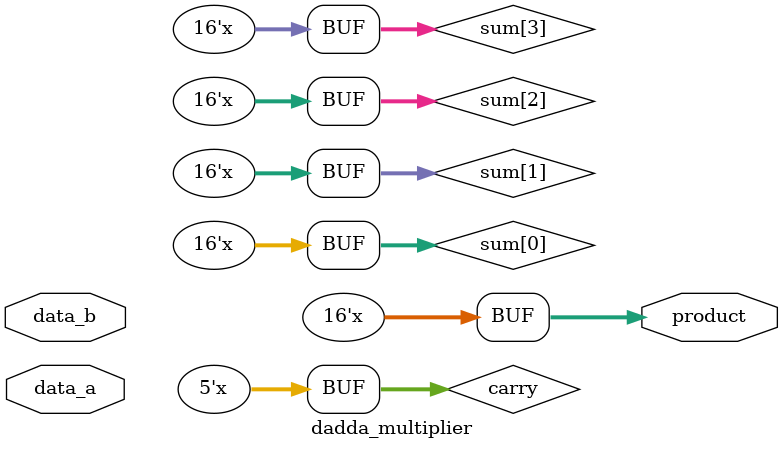
<source format=sv>
module dadda_multiplier (
    input [7:0] data_a,
    input [7:0] data_b,
    output reg [15:0] product
);

// Internal signals for partial products and intermediate sums
wire [7:0] partial_products[0:7];
wire [15:0] sum[0:4];
wire [4:0] carry;

// Generate partial products
genvar i, j;
generate
    for (i = 0; i < 8; i = i + 1) begin : pp_gen
        assign partial_products[i] = data_a[i] ? data_b : 8'b0;
    end
endgenerate

// Dadda reduction tree
assign sum[0] = partial_products[0] + partial_products[1];
assign sum[1] = partial_products[2] + partial_products[3];
assign sum[2] = partial_products[4] + partial_products[5];
assign sum[3] = partial_products[6] + partial_products[7];

// Carry generation
assign carry[0] = sum[0][0] & sum[1][0];
assign carry[1] = sum[0][1] & sum[1][1];
assign carry[2] = sum[0][2] & sum[1][2];
assign carry[3] = sum[0][3] & sum[1][3];
assign carry[4] = sum[0][4] & sum[1][4];

// Final product calculation
always @(*) begin
    product = sum[0] + sum[1] + sum[2] + sum[3] + carry;
end

endmodule
</source>
